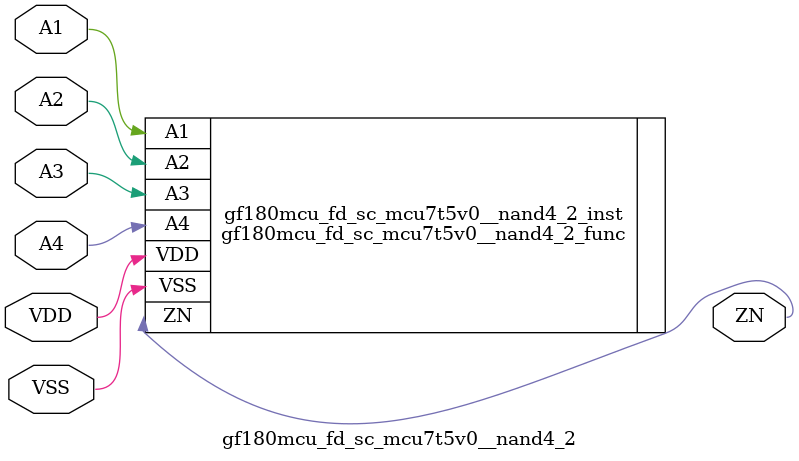
<source format=v>

module gf180mcu_fd_sc_mcu7t5v0__nand4_2( ZN, A3, A1, A4, A2, VDD, VSS );
input A1, A2, A3, A4;
inout VDD, VSS;
output ZN;

   `ifdef FUNCTIONAL  //  functional //

	gf180mcu_fd_sc_mcu7t5v0__nand4_2_func gf180mcu_fd_sc_mcu7t5v0__nand4_2_behav_inst(.ZN(ZN),.A3(A3),.A1(A1),.A4(A4),.A2(A2),.VDD(VDD),.VSS(VSS));

   `else

	gf180mcu_fd_sc_mcu7t5v0__nand4_2_func gf180mcu_fd_sc_mcu7t5v0__nand4_2_inst(.ZN(ZN),.A3(A3),.A1(A1),.A4(A4),.A2(A2),.VDD(VDD),.VSS(VSS));

	// spec_gates_begin


	// spec_gates_end



   specify

	// specify_block_begin

	// comb arc A1 --> ZN
	 (A1 => ZN) = (1.0,1.0);

	// comb arc A2 --> ZN
	 (A2 => ZN) = (1.0,1.0);

	// comb arc A3 --> ZN
	 (A3 => ZN) = (1.0,1.0);

	// comb arc A4 --> ZN
	 (A4 => ZN) = (1.0,1.0);

	// specify_block_end

   endspecify

   `endif

endmodule

</source>
